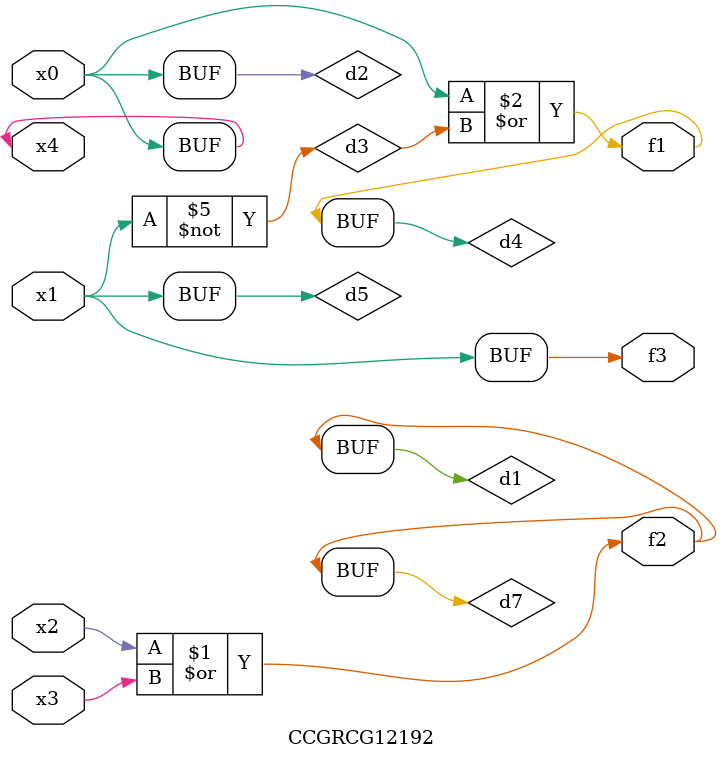
<source format=v>
module CCGRCG12192(
	input x0, x1, x2, x3, x4,
	output f1, f2, f3
);

	wire d1, d2, d3, d4, d5, d6, d7;

	or (d1, x2, x3);
	buf (d2, x0, x4);
	not (d3, x1);
	or (d4, d2, d3);
	not (d5, d3);
	nand (d6, d1, d3);
	or (d7, d1);
	assign f1 = d4;
	assign f2 = d7;
	assign f3 = d5;
endmodule

</source>
